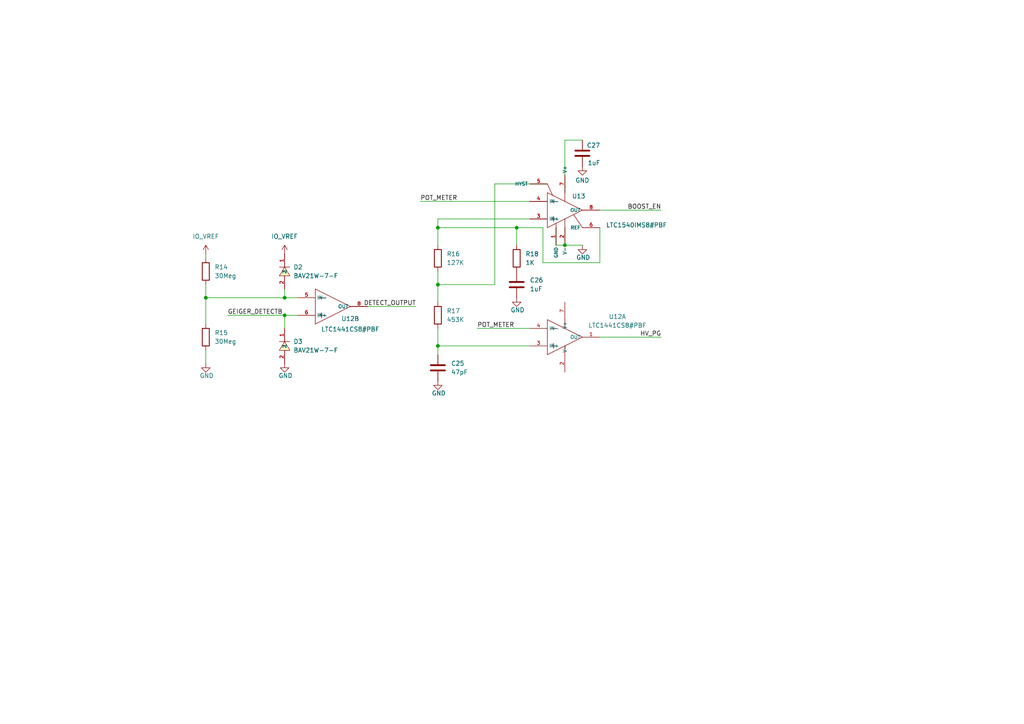
<source format=kicad_sch>
(kicad_sch (version 20231120) (generator "eeschema") (generator_version "8.0")
  (paper "A4")
  (lib_symbols
    (symbol "BAV21W-7-F:BAV21W-7-F"
      (property "Reference" "D" (at 0 1.27 0))
      (property "Value" "BAV21W-7-F" (at 0 -2.54 0))
      (symbol "BAV21W-7-F_0_1"
        (polyline (pts (xy -1.27 -1.524) (xy -1.27 1.524)))
        (polyline (pts (xy 1.27 1.524) (xy -1.27 0) (xy 1.27 -1.524) (xy 1.27 1.524)) (fill (type background)))
        (pin unspecified line (at -5.08 0 0) (length 3.81) (name "1") (number "1"))
        (pin unspecified line (at 5.08 0 180) (length 3.81) (name "2") (number "2"))
      )
    )
    (symbol "Device:C" (pin_numbers hide) (pin_names (offset 0.254))
      (property "Reference" "C" (at 0.635 2.54 0))
      (property "Value" "C" (at 0.635 -2.54 0))
      (symbol "C_0_1"
        (polyline (pts (xy -2.032 -0.762) (xy 2.032 -0.762)) (stroke (width 0.508)))
        (polyline (pts (xy -2.032 0.762) (xy 2.032 0.762)) (stroke (width 0.508)))
      )
      (symbol "C_1_1"
        (pin passive line (at 0 3.81 270) (length 2.794) (name "~") (number "1"))
        (pin passive line (at 0 -3.81 90) (length 2.794) (name "~") (number "2"))
      )
    )
    (symbol "Device:R" (pin_numbers hide) (pin_names (offset 0))
      (property "Reference" "R" (at 2.032 0 90))
      (property "Value" "R" (at 0 0 90))
      (symbol "R_0_1"
        (rectangle (start -1.016 -2.54) (end 1.016 2.54) (stroke (width 0.254)))
      )
      (symbol "R_1_1"
        (pin passive line (at 0 3.81 270) (length 1.27) (name "~") (number "1"))
        (pin passive line (at 0 -3.81 90) (length 1.27) (name "~") (number "2"))
      )
    )
    (symbol "LTC1441CS8#PBF:LTC1441CS8#PBF"
      (property "Reference" "U" (at 0 1.27 0))
      (property "Value" "LTC1441CS8#PBF" (at 0 -2.54 0))
      (symbol "LTC1441CS8#PBF_1_1"
        (polyline (pts (xy -4.064 -2.54) (xy -2.54 -2.54)))
        (polyline (pts (xy -4.064 2.54) (xy -2.54 2.54)))
        (polyline (pts (xy -3.302 -1.778) (xy -3.302 -3.302)))
        (polyline (pts (xy 0 -2.54) (xy 0 -5.08)))
        (polyline (pts (xy 0 5.08) (xy 0 2.54)))
        (polyline (pts (xy -5.08 -5.08) (xy 5.08 0) (xy -5.08 5.08) (xy -5.08 -5.08)))
        (pin output line (at 10.16 0 180) (length 5.08) (name "OUT") (number "1"))
        (pin power_in line (at 0 -10.16 90) (length 5.08) (name "V-") (number "2"))
        (pin unspecified line (at -10.16 -2.54 0) (length 5.08) (name "IN+") (number "3"))
        (pin unspecified line (at -10.16 2.54 0) (length 5.08) (name "IN-") (number "4"))
        (pin power_in line (at 0 10.16 270) (length 5.08) (name "V+") (number "7"))
      )
      (symbol "LTC1441CS8#PBF_2_1"
        (polyline (pts (xy -4.064 -2.54) (xy -2.54 -2.54)))
        (polyline (pts (xy -4.064 2.54) (xy -2.54 2.54)))
        (polyline (pts (xy -3.302 -1.778) (xy -3.302 -3.302)))
        (polyline (pts (xy -5.08 -5.08) (xy 5.08 0) (xy -5.08 5.08) (xy -5.08 -5.08)))
        (pin unspecified line (at -10.16 2.54 0) (length 5.08) (name "IN-") (number "5"))
        (pin unspecified line (at -10.16 -2.54 0) (length 5.08) (name "IN+") (number "6"))
        (pin output line (at 10.16 0 180) (length 5.08) (name "OUT") (number "8"))
      )
    )
    (symbol "LTC1540IMS8#PBF:LTC1540IMS8#PBF"
      (property "Reference" "U" (at 0 1.27 0))
      (property "Value" "LTC1540IMS8#PBF" (at 0 -2.54 0))
      (symbol "LTC1540IMS8#PBF_0_1"
        (polyline (pts (xy -4.064 -2.54) (xy -2.54 -2.54)))
        (polyline (pts (xy -4.064 2.54) (xy -2.54 2.54)))
        (polyline (pts (xy -3.556 4.318) (xy -5.08 7.62)))
        (polyline (pts (xy -3.302 -1.778) (xy -3.302 -3.302)))
        (polyline (pts (xy -2.54 -3.81) (xy -2.54 -5.08)))
        (polyline (pts (xy 0 -2.54) (xy 0 -5.08)))
        (polyline (pts (xy 0 5.08) (xy 0 2.54)))
        (polyline (pts (xy 5.08 -5.08) (xy 2.54 -1.27)))
        (polyline (pts (xy -5.08 -5.08) (xy 5.08 0) (xy -5.08 5.08) (xy -5.08 -5.08)))
        (pin power_in line (at -2.54 -5.08 270) (length 5.08) (name "GND") (number "1"))
        (pin power_in line (at 0 -5.08 270) (length 5.08) (name "V-") (number "2"))
        (pin unspecified line (at -10.16 -2.54 0) (length 5.08) (name "IN+") (number "3"))
        (pin unspecified line (at -10.16 2.54 0) (length 5.08) (name "IN-") (number "4"))
        (pin unspecified line (at -5.08 7.62 180) (length 5.08) (name "HYST") (number "5"))
        (pin output line (at 10.16 -5.08 180) (length 5.08) (name "REF") (number "6"))
        (pin power_in line (at 0 5.08 90) (length 5.08) (name "V+") (number "7"))
        (pin output line (at 10.16 0 180) (length 5.08) (name "OUT") (number "8"))
      )
    )
    (symbol "power:GND" (power) (pin_numbers hide) (pin_names (offset 0) hide)
      (property "Value" "GND" (at 0 -3.81 0))
      (symbol "GND_0_1"
        (polyline (pts (xy 0 0) (xy 0 -1.27) (xy 1.27 -1.27) (xy 0 -2.54) (xy -1.27 -1.27) (xy 0 -1.27)))
      )
      (symbol "GND_1_1"
        (pin power_in line (at 0 0 270) (length 0) (name "~") (number "1"))
      )
    )
    (symbol "power:VCC" (power) (pin_numbers hide) (pin_names (offset 0) hide)
      (property "Value" "VCC" (at 0 3.556 0))
      (symbol "VCC_0_1"
        (polyline (pts (xy -0.762 1.27) (xy 0 2.54)))
        (polyline (pts (xy 0 0) (xy 0 2.54)))
        (polyline (pts (xy 0 2.54) (xy 0.762 1.27)))
      )
      (symbol "VCC_1_1"
        (pin power_in line (at 0 0 90) (length 0) (name "~") (number "1"))
      )
    )
  )
  (junction (at 127 82.55))
  (junction (at 149.86 66.04))
  (junction (at 127 100.33))
  (junction (at 82.55 91.44))
  (junction (at 127 66.04))
  (junction (at 82.55 86.36))
  (junction (at 59.69 86.36))
  (junction (at 163.83 71.12))
  (wire (pts (xy 82.55 91.44) (xy 82.55 95.25)))
  (wire (pts (xy 82.55 91.44) (xy 86.36 91.44)))
  (wire (pts (xy 121.92 58.42) (xy 153.67 58.42)))
  (wire (pts (xy 161.29 66.04) (xy 161.29 71.12)))
  (wire (pts (xy 163.83 40.64) (xy 168.91 40.64)))
  (wire (pts (xy 127 63.5) (xy 127 66.04)))
  (wire (pts (xy 158.75 53.34) (xy 143.51 53.34)))
  (wire (pts (xy 163.83 66.04) (xy 163.83 71.12)))
  (wire (pts (xy 127 100.33) (xy 153.67 100.33)))
  (wire (pts (xy 143.51 53.34) (xy 143.51 82.55)))
  (wire (pts (xy 149.86 66.04) (xy 127 66.04)))
  (wire (pts (xy 163.83 55.88) (xy 163.83 40.64)))
  (wire (pts (xy 157.48 66.04) (xy 149.86 66.04)))
  (wire (pts (xy 173.99 97.79) (xy 191.77 97.79)))
  (wire (pts (xy 143.51 82.55) (xy 127 82.55)))
  (wire (pts (xy 82.55 83.82) (xy 82.55 86.36)))
  (wire (pts (xy 138.43 95.25) (xy 153.67 95.25)))
  (wire (pts (xy 153.67 63.5) (xy 127 63.5)))
  (wire (pts (xy 120.65 88.9) (xy 106.68 88.9)))
  (wire (pts (xy 173.99 60.96) (xy 191.77 60.96)))
  (wire (pts (xy 59.69 105.41) (xy 59.69 101.6)))
  (wire (pts (xy 149.86 66.04) (xy 149.86 71.12)))
  (wire (pts (xy 59.69 86.36) (xy 82.55 86.36)))
  (wire (pts (xy 127 82.55) (xy 127 87.63)))
  (wire (pts (xy 127 100.33) (xy 127 102.87)))
  (wire (pts (xy 59.69 73.66) (xy 59.69 74.93)))
  (wire (pts (xy 127 78.74) (xy 127 82.55)))
  (wire (pts (xy 59.69 82.55) (xy 59.69 86.36)))
  (wire (pts (xy 127 95.25) (xy 127 100.33)))
  (wire (pts (xy 66.04 91.44) (xy 82.55 91.44)))
  (wire (pts (xy 127 66.04) (xy 127 71.12)))
  (wire (pts (xy 157.48 76.2) (xy 157.48 66.04)))
  (wire (pts (xy 82.55 86.36) (xy 86.36 86.36)))
  (wire (pts (xy 161.29 71.12) (xy 163.83 71.12)))
  (wire (pts (xy 173.99 76.2) (xy 157.48 76.2)))
  (wire (pts (xy 163.83 71.12) (xy 168.91 71.12)))
  (wire (pts (xy 59.69 86.36) (xy 59.69 93.98)))
  (wire (pts (xy 173.99 66.04) (xy 173.99 76.2)))
  (label "POT_METER" (at 138.43 95.25 0))
  (label "GEIGER_DETECTB" (at 66.04 91.44 0))
  (label "POT_METER" (at 121.92 58.42 0))
  (label "DETECT_OUTPUT" (at 120.65 88.9 180))
  (label "HV_PG" (at 191.77 97.79 180))
  (label "BOOST_EN" (at 191.77 60.96 180))
  (symbol (lib_id "LTC1441CS8#PBF:LTC1441CS8#PBF") (at 96.52 88.9 0) (unit 2)
    (property "Reference" "U12" (at 101.6 92.456 0))
    (property "Value" "LTC1441CS8#PBF" (at 101.6 95.504 0))
    (property "Footprint" "footprint:SOIC-8_L4.9-W3.8-P1.27-LS6.0-BL" (effects (hide yes)))
    (property "Datasheet" "https://atta.szlcsc.com/upload/public/pdf/source/20210703/A3C73F1B2E1D5A8F6D2D2CCF768D6647.pdf" (effects (hide yes)))
    (property "LCSC" "C675522" (effects (hide yes)))
  )
  (symbol (lib_id "power:GND") (at 168.91 48.26 0) (unit 1)
    (property "Reference" "#PWR022" (effects (hide yes)))
    (property "Value" "GND" (at 168.91 52.324 0))
    (property "Description" "Power symbol creates a global label with name \"GND\" , ground" (effects (hide yes)))
  )
  (symbol (lib_id "Device:R") (at 127 74.93 0) (unit 1)
    (property "Reference" "R16" (at 129.54 73.6599 0) (effects (justify left)))
    (property "Value" "127K" (at 129.54 76.1999 0) (effects (justify left)))
    (property "Description" "Resistor" (effects (hide yes)))
  )
  (symbol (lib_id "power:VCC") (at 82.55 73.66 0) (unit 1)
    (property "Reference" "#PWR016" (effects (hide yes)))
    (property "Value" "IO_VREF" (at 82.55 68.58 0))
    (property "Description" "Power symbol creates a global label with name \"VCC\"" (effects (hide yes)))
  )
  (symbol (lib_id "Device:R") (at 127 91.44 0) (unit 1)
    (property "Reference" "R17" (at 129.54 90.1699 0) (effects (justify left)))
    (property "Value" "453K" (at 129.54 92.7099 0) (effects (justify left)))
    (property "Description" "Resistor" (effects (hide yes)))
  )
  (symbol (lib_id "Device:C") (at 168.91 44.45 0) (unit 1)
    (property "Reference" "C27" (at 170.18 42.164 0) (effects (justify left)))
    (property "Value" "1uF" (at 170.434 47.244 0) (effects (justify left)))
    (property "Description" "Unpolarized capacitor" (effects (hide yes)))
  )
  (symbol (lib_id "power:GND") (at 149.86 86.36 0) (unit 1)
    (property "Reference" "#PWR019" (effects (hide yes)))
    (property "Value" "GND" (at 150.114 89.916 0))
    (property "Description" "Power symbol creates a global label with name \"GND\" , ground" (effects (hide yes)))
  )
  (symbol (lib_id "Device:C") (at 149.86 82.55 0) (unit 1)
    (property "Reference" "C26" (at 153.67 81.2799 0) (effects (justify left)))
    (property "Value" "1uF" (at 153.67 83.8199 0) (effects (justify left)))
    (property "Description" "Unpolarized capacitor" (effects (hide yes)))
  )
  (symbol (lib_id "Device:R") (at 59.69 78.74 0) (unit 1)
    (property "Reference" "R14" (at 62.23 77.4699 0) (effects (justify left)))
    (property "Value" "30Meg" (at 62.23 80.0099 0) (effects (justify left)))
    (property "Description" "Resistor" (effects (hide yes)))
  )
  (symbol (lib_id "power:VCC") (at 59.69 73.66 0) (unit 1)
    (property "Reference" "#PWR014" (effects (hide yes)))
    (property "Value" "IO_VREF" (at 59.69 68.58 0))
    (property "Description" "Power symbol creates a global label with name \"VCC\"" (effects (hide yes)))
  )
  (symbol (lib_id "Device:C") (at 127 106.68 0) (unit 1)
    (property "Reference" "C25" (at 130.81 105.4099 0) (effects (justify left)))
    (property "Value" "47pF" (at 130.81 107.9499 0) (effects (justify left)))
    (property "Description" "Unpolarized capacitor" (effects (hide yes)))
  )
  (symbol (lib_id "Device:R") (at 59.69 97.79 0) (unit 1)
    (property "Reference" "R15" (at 62.23 96.5199 0) (effects (justify left)))
    (property "Value" "30Meg" (at 62.23 99.0599 0) (effects (justify left)))
    (property "Description" "Resistor" (effects (hide yes)))
  )
  (symbol (lib_id "power:GND") (at 82.55 105.41 0) (unit 1)
    (property "Reference" "#PWR017" (effects (hide yes)))
    (property "Value" "GND" (at 82.804 108.966 0))
    (property "Description" "Power symbol creates a global label with name \"GND\" , ground" (effects (hide yes)))
  )
  (symbol (lib_id "BAV21W-7-F:BAV21W-7-F") (at 82.55 78.74 270) (unit 1)
    (property "Reference" "D2" (at 85.09 77.4699 90) (effects (justify left)))
    (property "Value" "BAV21W-7-F" (at 85.09 80.0099 90) (effects (justify left)))
    (property "Footprint" "footprint:SOD-123_L2.8-W1.8-LS3.7-RD" (effects (hide yes)))
    (property "Datasheet" "https://item.szlcsc.com/301422.html" (effects (hide yes)))
    (property "LCSC" "C155214" (effects (hide yes)))
  )
  (symbol (lib_id "LTC1540IMS8#PBF:LTC1540IMS8#PBF") (at 163.83 60.96 0) (unit 1)
    (property "Reference" "U13" (at 165.862 56.896 0) (effects (justify left)))
    (property "Value" "LTC1540IMS8#PBF" (at 175.768 65.278 0) (effects (justify left)))
    (property "Footprint" "footprint:MSOP-8_L3.0-W3.0-P0.65-LS4.9-BL" (effects (hide yes)))
    (property "Datasheet" "https://www2.renesas.cn/cn/zh/document/dst/isl32430e-isl32432e-isl32433e-isl32435e-isl32437e-datasheet?r=531591" (effects (hide yes)))
    (property "LCSC" "C580397" (effects (hide yes)))
  )
  (symbol (lib_id "BAV21W-7-F:BAV21W-7-F") (at 82.55 100.33 270) (unit 1)
    (property "Reference" "D3" (at 85.09 99.0599 90) (effects (justify left)))
    (property "Value" "BAV21W-7-F" (at 85.09 101.5999 90) (effects (justify left)))
    (property "Footprint" "footprint:SOD-123_L2.8-W1.8-LS3.7-RD" (effects (hide yes)))
    (property "Datasheet" "https://item.szlcsc.com/301422.html" (effects (hide yes)))
    (property "LCSC" "C155214" (effects (hide yes)))
  )
  (symbol (lib_id "power:GND") (at 127 110.49 0) (unit 1)
    (property "Reference" "#PWR018" (effects (hide yes)))
    (property "Value" "GND" (at 127.254 114.046 0))
    (property "Description" "Power symbol creates a global label with name \"GND\" , ground" (effects (hide yes)))
  )
  (symbol (lib_id "LTC1441CS8#PBF:LTC1441CS8#PBF") (at 163.83 97.79 0) (unit 1)
    (property "Reference" "U12" (at 179.07 91.8428 0))
    (property "Value" "LTC1441CS8#PBF" (at 179.07 94.3828 0))
    (property "Footprint" "footprint:SOIC-8_L4.9-W3.8-P1.27-LS6.0-BL" (effects (hide yes)))
    (property "Datasheet" "https://atta.szlcsc.com/upload/public/pdf/source/20210703/A3C73F1B2E1D5A8F6D2D2CCF768D6647.pdf" (effects (hide yes)))
    (property "LCSC" "C675522" (effects (hide yes)))
  )
  (symbol (lib_id "power:GND") (at 168.91 71.12 0) (unit 1)
    (property "Reference" "#PWR023" (effects (hide yes)))
    (property "Value" "GND" (at 169.164 74.676 0))
    (property "Description" "Power symbol creates a global label with name \"GND\" , ground" (effects (hide yes)))
  )
  (symbol (lib_id "power:GND") (at 59.69 105.41 0) (unit 1)
    (property "Reference" "#PWR015" (effects (hide yes)))
    (property "Value" "GND" (at 59.944 108.966 0))
    (property "Description" "Power symbol creates a global label with name \"GND\" , ground" (effects (hide yes)))
  )
  (symbol (lib_id "Device:R") (at 149.86 74.93 0) (unit 1)
    (property "Reference" "R18" (at 152.4 73.6599 0) (effects (justify left)))
    (property "Value" "1K" (at 152.4 76.1999 0) (effects (justify left)))
    (property "Description" "Resistor" (effects (hide yes)))
  )
)
</source>
